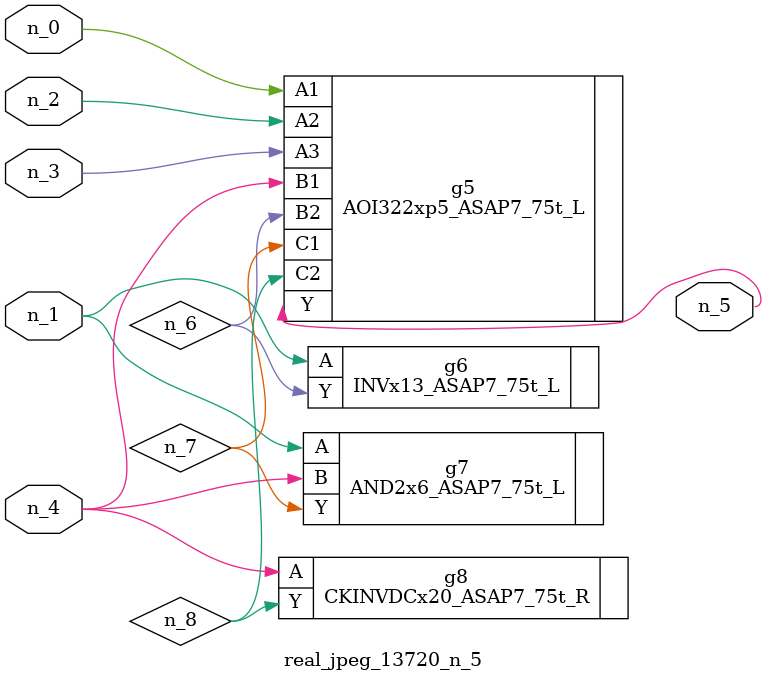
<source format=v>
module real_jpeg_13720_n_5 (n_4, n_0, n_1, n_2, n_3, n_5);

input n_4;
input n_0;
input n_1;
input n_2;
input n_3;

output n_5;

wire n_8;
wire n_6;
wire n_7;

AOI322xp5_ASAP7_75t_L g5 ( 
.A1(n_0),
.A2(n_2),
.A3(n_3),
.B1(n_4),
.B2(n_6),
.C1(n_7),
.C2(n_8),
.Y(n_5)
);

INVx13_ASAP7_75t_L g6 ( 
.A(n_1),
.Y(n_6)
);

AND2x6_ASAP7_75t_L g7 ( 
.A(n_1),
.B(n_4),
.Y(n_7)
);

CKINVDCx20_ASAP7_75t_R g8 ( 
.A(n_4),
.Y(n_8)
);


endmodule
</source>
